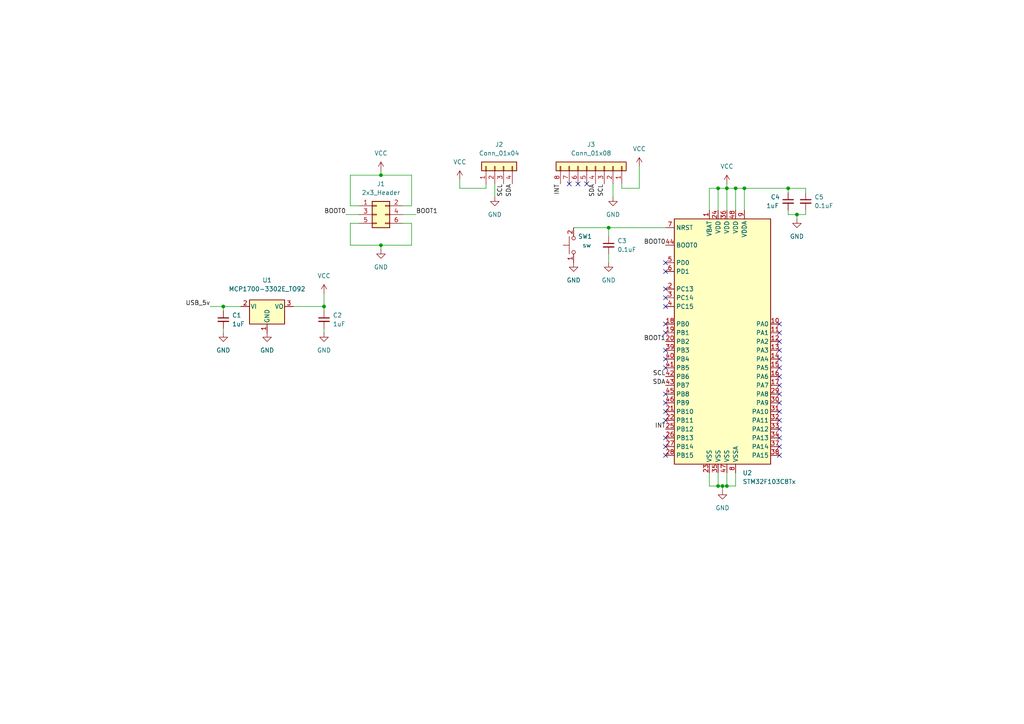
<source format=kicad_sch>
(kicad_sch (version 20211123) (generator eeschema)
  (paper "A4")
  (lib_symbols
    (symbol "Connector_Generic:Conn_01x04" (pin_names (offset 1.016) hide)
      (property "Reference" "J" (at 0 5.08 0))
      (property "Value" "Conn_01x04" (at 0 -7.62 0))
      (symbol "Conn_01x04_1_1"
        (rectangle (start -1.27 -4.953) (end 0 -5.207) (stroke (width 0.1524)))
        (rectangle (start -1.27 -2.413) (end 0 -2.667) (stroke (width 0.1524)))
        (rectangle (start -1.27 0.127) (end 0 -0.127) (stroke (width 0.1524)))
        (rectangle (start -1.27 2.667) (end 0 2.413) (stroke (width 0.1524)))
        (rectangle (start -1.27 3.81) (end 1.27 -6.35) (stroke (width 0.254)) (fill (type background)))
        (pin passive line (at -5.08 2.54 0) (length 3.81) (name "Pin_1") (number "1"))
        (pin passive line (at -5.08 0 0) (length 3.81) (name "Pin_2") (number "2"))
        (pin passive line (at -5.08 -2.54 0) (length 3.81) (name "Pin_3") (number "3"))
        (pin passive line (at -5.08 -5.08 0) (length 3.81) (name "Pin_4") (number "4"))
      )
    )
    (symbol "Connector_Generic:Conn_01x08" (pin_names (offset 1.016) hide)
      (property "Reference" "J" (at 0 10.16 0))
      (property "Value" "Conn_01x08" (at 0 -12.7 0))
      (symbol "Conn_01x08_1_1"
        (rectangle (start -1.27 -10.033) (end 0 -10.287) (stroke (width 0.1524)))
        (rectangle (start -1.27 -7.493) (end 0 -7.747) (stroke (width 0.1524)))
        (rectangle (start -1.27 -4.953) (end 0 -5.207) (stroke (width 0.1524)))
        (rectangle (start -1.27 -2.413) (end 0 -2.667) (stroke (width 0.1524)))
        (rectangle (start -1.27 0.127) (end 0 -0.127) (stroke (width 0.1524)))
        (rectangle (start -1.27 2.667) (end 0 2.413) (stroke (width 0.1524)))
        (rectangle (start -1.27 5.207) (end 0 4.953) (stroke (width 0.1524)))
        (rectangle (start -1.27 7.747) (end 0 7.493) (stroke (width 0.1524)))
        (rectangle (start -1.27 8.89) (end 1.27 -11.43) (stroke (width 0.254)) (fill (type background)))
        (pin passive line (at -5.08 7.62 0) (length 3.81) (name "Pin_1") (number "1"))
        (pin passive line (at -5.08 5.08 0) (length 3.81) (name "Pin_2") (number "2"))
        (pin passive line (at -5.08 2.54 0) (length 3.81) (name "Pin_3") (number "3"))
        (pin passive line (at -5.08 0 0) (length 3.81) (name "Pin_4") (number "4"))
        (pin passive line (at -5.08 -2.54 0) (length 3.81) (name "Pin_5") (number "5"))
        (pin passive line (at -5.08 -5.08 0) (length 3.81) (name "Pin_6") (number "6"))
        (pin passive line (at -5.08 -7.62 0) (length 3.81) (name "Pin_7") (number "7"))
        (pin passive line (at -5.08 -10.16 0) (length 3.81) (name "Pin_8") (number "8"))
      )
    )
    (symbol "Connector_Generic:Conn_02x03_Odd_Even" (pin_names (offset 1.016) hide)
      (property "Reference" "J" (at 1.27 5.08 0))
      (property "Value" "Conn_02x03_Odd_Even" (at 1.27 -5.08 0))
      (symbol "Conn_02x03_Odd_Even_1_1"
        (rectangle (start -1.27 -2.413) (end 0 -2.667) (stroke (width 0.1524)))
        (rectangle (start -1.27 0.127) (end 0 -0.127) (stroke (width 0.1524)))
        (rectangle (start -1.27 2.667) (end 0 2.413) (stroke (width 0.1524)))
        (rectangle (start -1.27 3.81) (end 3.81 -3.81) (stroke (width 0.254)) (fill (type background)))
        (rectangle (start 3.81 -2.413) (end 2.54 -2.667) (stroke (width 0.1524)))
        (rectangle (start 3.81 0.127) (end 2.54 -0.127) (stroke (width 0.1524)))
        (rectangle (start 3.81 2.667) (end 2.54 2.413) (stroke (width 0.1524)))
        (pin passive line (at -5.08 2.54 0) (length 3.81) (name "Pin_1") (number "1"))
        (pin passive line (at 7.62 2.54 180) (length 3.81) (name "Pin_2") (number "2"))
        (pin passive line (at -5.08 0 0) (length 3.81) (name "Pin_3") (number "3"))
        (pin passive line (at 7.62 0 180) (length 3.81) (name "Pin_4") (number "4"))
        (pin passive line (at -5.08 -2.54 0) (length 3.81) (name "Pin_5") (number "5"))
        (pin passive line (at 7.62 -2.54 180) (length 3.81) (name "Pin_6") (number "6"))
      )
    )
    (symbol "Device:C_Small" (pin_numbers hide) (pin_names (offset 0.254) hide)
      (property "Reference" "C" (at 0.254 1.778 0))
      (property "Value" "C_Small" (at 0.254 -2.032 0))
      (symbol "C_Small_0_1"
        (polyline (pts (xy -1.524 -0.508) (xy 1.524 -0.508)) (stroke (width 0.3302)))
        (polyline (pts (xy -1.524 0.508) (xy 1.524 0.508)) (stroke (width 0.3048)))
      )
      (symbol "C_Small_1_1"
        (pin passive line (at 0 2.54 270) (length 2.032) (name "~") (number "1"))
        (pin passive line (at 0 -2.54 90) (length 2.032) (name "~") (number "2"))
      )
    )
    (symbol "MCU_ST_STM32F1:STM32F103C8Tx"
      (property "Reference" "U" (at -15.24 36.83 0))
      (property "Value" "STM32F103C8Tx" (at 7.62 36.83 0))
      (symbol "STM32F103C8Tx_0_1"
        (rectangle (start -15.24 -35.56) (end 12.7 35.56) (stroke (width 0.254)) (fill (type background)))
      )
      (symbol "STM32F103C8Tx_1_1"
        (pin power_in line (at -5.08 38.1 270) (length 2.54) (name "VBAT") (number "1"))
        (pin bidirectional line (at 15.24 5.08 180) (length 2.54) (name "PA0") (number "10"))
        (pin bidirectional line (at 15.24 2.54 180) (length 2.54) (name "PA1") (number "11"))
        (pin bidirectional line (at 15.24 0 180) (length 2.54) (name "PA2") (number "12"))
        (pin bidirectional line (at 15.24 -2.54 180) (length 2.54) (name "PA3") (number "13"))
        (pin bidirectional line (at 15.24 -5.08 180) (length 2.54) (name "PA4") (number "14"))
        (pin bidirectional line (at 15.24 -7.62 180) (length 2.54) (name "PA5") (number "15"))
        (pin bidirectional line (at 15.24 -10.16 180) (length 2.54) (name "PA6") (number "16"))
        (pin bidirectional line (at 15.24 -12.7 180) (length 2.54) (name "PA7") (number "17"))
        (pin bidirectional line (at -17.78 5.08 0) (length 2.54) (name "PB0") (number "18"))
        (pin bidirectional line (at -17.78 2.54 0) (length 2.54) (name "PB1") (number "19"))
        (pin bidirectional line (at -17.78 15.24 0) (length 2.54) (name "PC13") (number "2"))
        (pin bidirectional line (at -17.78 0 0) (length 2.54) (name "PB2") (number "20"))
        (pin bidirectional line (at -17.78 -20.32 0) (length 2.54) (name "PB10") (number "21"))
        (pin bidirectional line (at -17.78 -22.86 0) (length 2.54) (name "PB11") (number "22"))
        (pin power_in line (at -5.08 -38.1 90) (length 2.54) (name "VSS") (number "23"))
        (pin power_in line (at -2.54 38.1 270) (length 2.54) (name "VDD") (number "24"))
        (pin bidirectional line (at -17.78 -25.4 0) (length 2.54) (name "PB12") (number "25"))
        (pin bidirectional line (at -17.78 -27.94 0) (length 2.54) (name "PB13") (number "26"))
        (pin bidirectional line (at -17.78 -30.48 0) (length 2.54) (name "PB14") (number "27"))
        (pin bidirectional line (at -17.78 -33.02 0) (length 2.54) (name "PB15") (number "28"))
        (pin bidirectional line (at 15.24 -15.24 180) (length 2.54) (name "PA8") (number "29"))
        (pin bidirectional line (at -17.78 12.7 0) (length 2.54) (name "PC14") (number "3"))
        (pin bidirectional line (at 15.24 -17.78 180) (length 2.54) (name "PA9") (number "30"))
        (pin bidirectional line (at 15.24 -20.32 180) (length 2.54) (name "PA10") (number "31"))
        (pin bidirectional line (at 15.24 -22.86 180) (length 2.54) (name "PA11") (number "32"))
        (pin bidirectional line (at 15.24 -25.4 180) (length 2.54) (name "PA12") (number "33"))
        (pin bidirectional line (at 15.24 -27.94 180) (length 2.54) (name "PA13") (number "34"))
        (pin power_in line (at -2.54 -38.1 90) (length 2.54) (name "VSS") (number "35"))
        (pin power_in line (at 0 38.1 270) (length 2.54) (name "VDD") (number "36"))
        (pin bidirectional line (at 15.24 -30.48 180) (length 2.54) (name "PA14") (number "37"))
        (pin bidirectional line (at 15.24 -33.02 180) (length 2.54) (name "PA15") (number "38"))
        (pin bidirectional line (at -17.78 -2.54 0) (length 2.54) (name "PB3") (number "39"))
        (pin bidirectional line (at -17.78 10.16 0) (length 2.54) (name "PC15") (number "4"))
        (pin bidirectional line (at -17.78 -5.08 0) (length 2.54) (name "PB4") (number "40"))
        (pin bidirectional line (at -17.78 -7.62 0) (length 2.54) (name "PB5") (number "41"))
        (pin bidirectional line (at -17.78 -10.16 0) (length 2.54) (name "PB6") (number "42"))
        (pin bidirectional line (at -17.78 -12.7 0) (length 2.54) (name "PB7") (number "43"))
        (pin input line (at -17.78 27.94 0) (length 2.54) (name "BOOT0") (number "44"))
        (pin bidirectional line (at -17.78 -15.24 0) (length 2.54) (name "PB8") (number "45"))
        (pin bidirectional line (at -17.78 -17.78 0) (length 2.54) (name "PB9") (number "46"))
        (pin power_in line (at 0 -38.1 90) (length 2.54) (name "VSS") (number "47"))
        (pin power_in line (at 2.54 38.1 270) (length 2.54) (name "VDD") (number "48"))
        (pin input line (at -17.78 22.86 0) (length 2.54) (name "PD0") (number "5"))
        (pin input line (at -17.78 20.32 0) (length 2.54) (name "PD1") (number "6"))
        (pin input line (at -17.78 33.02 0) (length 2.54) (name "NRST") (number "7"))
        (pin power_in line (at 2.54 -38.1 90) (length 2.54) (name "VSSA") (number "8"))
        (pin power_in line (at 5.08 38.1 270) (length 2.54) (name "VDDA") (number "9"))
      )
    )
    (symbol "Regulator_Linear:MCP1700-3302E_TO92" (pin_names (offset 0.254))
      (property "Reference" "U" (at -3.81 -3.175 0))
      (property "Value" "MCP1700-3302E_TO92" (at 0 -3.175 0))
      (symbol "MCP1700-3302E_TO92_0_1"
        (rectangle (start -5.08 5.08) (end 5.08 -1.905) (stroke (width 0.254)) (fill (type background)))
      )
      (symbol "MCP1700-3302E_TO92_1_1"
        (pin power_in line (at 0 7.62 270) (length 2.54) (name "GND") (number "1"))
        (pin power_in line (at -7.62 0 0) (length 2.54) (name "VI") (number "2"))
        (pin power_out line (at 7.62 0 180) (length 2.54) (name "VO") (number "3"))
      )
    )
    (symbol "Switch:SW_MEC_5G" (pin_names (offset 1.016) hide)
      (property "Reference" "SW1" (at 1.27 2.54 90))
      (property "Value" "sw" (at 1.2699 1.27 90))
      (symbol "SW_MEC_5G_0_1"
        (circle (center -2.032 0) (radius 0.508))
        (polyline (pts (xy 0 1.27) (xy 0 3.048)))
        (polyline (pts (xy 2.54 1.27) (xy -2.54 1.27)))
        (circle (center 2.032 0) (radius 0.508))
        (pin passive line (at -5.08 0 0) (length 2.54) (name "A") (number "1"))
        (pin passive line (at 5.08 0 180) (length 2.54) (name "B") (number "2"))
      )
    )
    (symbol "power:GND" (power) (pin_names (offset 0))
      (property "Value" "GND" (at 0 -3.81 0))
      (symbol "GND_0_1"
        (polyline (pts (xy 0 0) (xy 0 -1.27) (xy 1.27 -1.27) (xy 0 -2.54) (xy -1.27 -1.27) (xy 0 -1.27)))
      )
      (symbol "GND_1_1"
        (pin power_in line (at 0 0 270) (length 0) hide (name "GND") (number "1"))
      )
    )
    (symbol "power:VCC" (power) (pin_names (offset 0))
      (property "Value" "VCC" (at 0 3.81 0))
      (symbol "VCC_0_1"
        (polyline (pts (xy -0.762 1.27) (xy 0 2.54)))
        (polyline (pts (xy 0 0) (xy 0 2.54)))
        (polyline (pts (xy 0 2.54) (xy 0.762 1.27)))
      )
      (symbol "VCC_1_1"
        (pin power_in line (at 0 0 90) (length 0) hide (name "VCC") (number "1"))
      )
    )
  )
  (junction (at 231.14 62.23))
  (junction (at 110.49 50.8))
  (junction (at 208.28 54.61))
  (junction (at 215.9 54.61))
  (junction (at 176.53 66.04))
  (junction (at 93.98 88.9))
  (junction (at 64.77 88.9))
  (junction (at 208.28 140.97))
  (junction (at 210.82 54.61))
  (junction (at 209.55 140.97))
  (junction (at 228.6 54.61))
  (junction (at 210.82 140.97))
  (junction (at 213.36 54.61))
  (junction (at 110.49 71.12))
  (no_connect (at 226.06 116.84))
  (no_connect (at 226.06 124.46))
  (no_connect (at 193.04 132.08))
  (no_connect (at 226.06 111.76))
  (no_connect (at 193.04 106.68))
  (no_connect (at 193.04 93.98))
  (no_connect (at 165.1 53.34))
  (no_connect (at 193.04 101.6))
  (no_connect (at 193.04 129.54))
  (no_connect (at 226.06 101.6))
  (no_connect (at 193.04 114.3))
  (no_connect (at 167.64 53.34))
  (no_connect (at 193.04 127))
  (no_connect (at 193.04 78.74))
  (no_connect (at 226.06 93.98))
  (no_connect (at 193.04 116.84))
  (no_connect (at 226.06 121.92))
  (no_connect (at 226.06 96.52))
  (no_connect (at 193.04 76.2))
  (no_connect (at 193.04 88.9))
  (no_connect (at 226.06 104.14))
  (no_connect (at 226.06 132.08))
  (no_connect (at 226.06 127))
  (no_connect (at 226.06 106.68))
  (no_connect (at 193.04 83.82))
  (no_connect (at 193.04 121.92))
  (no_connect (at 170.18 53.34))
  (no_connect (at 193.04 86.36))
  (no_connect (at 226.06 119.38))
  (no_connect (at 226.06 114.3))
  (no_connect (at 226.06 109.22))
  (no_connect (at 193.04 96.52))
  (no_connect (at 193.04 119.38))
  (no_connect (at 226.06 99.06))
  (no_connect (at 226.06 129.54))
  (no_connect (at 193.04 104.14))
  (wire (pts (xy 64.77 88.9) (xy 64.77 90.17)))
  (wire (pts (xy 210.82 54.61) (xy 210.82 60.96)))
  (wire (pts (xy 116.84 62.23) (xy 120.65 62.23)))
  (wire (pts (xy 176.53 66.04) (xy 193.04 66.04)))
  (wire (pts (xy 93.98 88.9) (xy 93.98 85.09)))
  (wire (pts (xy 228.6 54.61) (xy 233.68 54.61)))
  (wire (pts (xy 110.49 71.12) (xy 110.49 72.39)))
  (wire (pts (xy 116.84 59.69) (xy 119.38 59.69)))
  (wire (pts (xy 101.6 71.12) (xy 110.49 71.12)))
  (wire (pts (xy 116.84 64.77) (xy 119.38 64.77)))
  (wire (pts (xy 64.77 95.25) (xy 64.77 96.52)))
  (wire (pts (xy 119.38 64.77) (xy 119.38 71.12)))
  (wire (pts (xy 104.14 59.69) (xy 101.6 59.69)))
  (wire (pts (xy 205.74 140.97) (xy 208.28 140.97)))
  (wire (pts (xy 231.14 62.23) (xy 231.14 63.5)))
  (wire (pts (xy 104.14 64.77) (xy 101.6 64.77)))
  (wire (pts (xy 233.68 54.61) (xy 233.68 55.88)))
  (wire (pts (xy 213.36 140.97) (xy 210.82 140.97)))
  (wire (pts (xy 101.6 59.69) (xy 101.6 50.8)))
  (wire (pts (xy 210.82 140.97) (xy 209.55 140.97)))
  (wire (pts (xy 166.37 66.04) (xy 176.53 66.04)))
  (wire (pts (xy 233.68 62.23) (xy 231.14 62.23)))
  (wire (pts (xy 119.38 71.12) (xy 110.49 71.12)))
  (wire (pts (xy 85.09 88.9) (xy 93.98 88.9)))
  (wire (pts (xy 233.68 60.96) (xy 233.68 62.23)))
  (wire (pts (xy 133.35 52.07) (xy 133.35 54.61)))
  (wire (pts (xy 215.9 60.96) (xy 215.9 54.61)))
  (wire (pts (xy 110.49 50.8) (xy 110.49 49.53)))
  (wire (pts (xy 215.9 54.61) (xy 228.6 54.61)))
  (wire (pts (xy 208.28 140.97) (xy 209.55 140.97)))
  (wire (pts (xy 228.6 62.23) (xy 231.14 62.23)))
  (wire (pts (xy 93.98 88.9) (xy 93.98 90.17)))
  (wire (pts (xy 228.6 54.61) (xy 228.6 55.88)))
  (wire (pts (xy 64.77 88.9) (xy 69.85 88.9)))
  (wire (pts (xy 143.51 53.34) (xy 143.51 57.15)))
  (wire (pts (xy 208.28 54.61) (xy 210.82 54.61)))
  (wire (pts (xy 213.36 54.61) (xy 213.36 60.96)))
  (wire (pts (xy 93.98 95.25) (xy 93.98 96.52)))
  (wire (pts (xy 205.74 60.96) (xy 205.74 54.61)))
  (wire (pts (xy 213.36 54.61) (xy 210.82 54.61)))
  (wire (pts (xy 215.9 54.61) (xy 213.36 54.61)))
  (wire (pts (xy 177.8 53.34) (xy 177.8 57.15)))
  (wire (pts (xy 101.6 50.8) (xy 110.49 50.8)))
  (wire (pts (xy 180.34 54.61) (xy 180.34 53.34)))
  (wire (pts (xy 213.36 137.16) (xy 213.36 140.97)))
  (wire (pts (xy 101.6 64.77) (xy 101.6 71.12)))
  (wire (pts (xy 185.42 48.26) (xy 185.42 54.61)))
  (wire (pts (xy 119.38 50.8) (xy 110.49 50.8)))
  (wire (pts (xy 208.28 137.16) (xy 208.28 140.97)))
  (wire (pts (xy 205.74 54.61) (xy 208.28 54.61)))
  (wire (pts (xy 60.96 88.9) (xy 64.77 88.9)))
  (wire (pts (xy 209.55 140.97) (xy 209.55 142.24)))
  (wire (pts (xy 210.82 54.61) (xy 210.82 53.34)))
  (wire (pts (xy 176.53 73.66) (xy 176.53 76.2)))
  (wire (pts (xy 228.6 60.96) (xy 228.6 62.23)))
  (wire (pts (xy 119.38 59.69) (xy 119.38 50.8)))
  (wire (pts (xy 185.42 54.61) (xy 180.34 54.61)))
  (wire (pts (xy 176.53 68.58) (xy 176.53 66.04)))
  (wire (pts (xy 140.97 54.61) (xy 140.97 53.34)))
  (wire (pts (xy 208.28 54.61) (xy 208.28 60.96)))
  (wire (pts (xy 100.33 62.23) (xy 104.14 62.23)))
  (wire (pts (xy 205.74 137.16) (xy 205.74 140.97)))
  (wire (pts (xy 133.35 54.61) (xy 140.97 54.61)))
  (wire (pts (xy 210.82 137.16) (xy 210.82 140.97)))
  (label "SDA" (at 172.72 53.34 270))
  (label "SCL" (at 175.26 53.34 270))
  (label "BOOT0" (at 193.04 71.12 180))
  (label "BOOT0" (at 100.33 62.23 180))
  (label "SCL" (at 146.05 53.34 270))
  (label "BOOT1" (at 193.04 99.06 180))
  (label "SDA" (at 148.59 53.34 270))
  (label "SCL" (at 193.04 109.22 180))
  (label "INT" (at 193.04 124.46 180))
  (label "SDA" (at 193.04 111.76 180))
  (label "BOOT1" (at 120.65 62.23 0))
  (label "INT" (at 162.56 53.34 270))
  (label "USB_5v" (at 60.96 88.9 180))
  (symbol (lib_id "power:GND") (at 176.53 76.2 0) (unit 1)
    (property "Reference" "#PWR0112" (effects hide))
    (property "Value" "GND" (at 176.53 81.28 0))
  )
  (symbol (lib_id "Device:C_Small") (at 64.77 92.71 0) (unit 1)
    (property "Reference" "C1" (at 67.31 91.4462 0) (effects (justify left)))
    (property "Value" "1uF" (at 67.31 93.9862 0) (effects (justify left)))
    (property "Footprint" "Resistor_SMD:R_1206_3216Metric_Pad1.30x1.75mm_HandSolder" (effects hide))
  )
  (symbol (lib_id "Connector_Generic:Conn_02x03_Odd_Even") (at 109.22 62.23 0) (unit 1)
    (property "Reference" "J1" (at 110.49 53.34 0))
    (property "Value" "2x3_Header" (at 110.49 55.88 0))
    (property "Footprint" "Connector_PinHeader_2.54mm:PinHeader_2x03_P2.54mm_Vertical" (effects hide))
  )
  (symbol (lib_id "MCU_ST_STM32F1:STM32F103C8Tx") (at 210.82 99.06 0) (unit 1)
    (property "Reference" "U2" (at 215.3794 137.16 0) (effects (justify left)))
    (property "Value" "STM32F103C8Tx" (at 215.3794 139.7 0) (effects (justify left)))
    (property "Footprint" "Package_QFP:LQFP-48_7x7mm_P0.5mm" (effects hide))
    (property "Datasheet" "http://www.st.com/st-web-ui/static/active/en/resource/technical/document/datasheet/CD00161566.pdf" (effects hide))
  )
  (symbol (lib_id "power:GND") (at 64.77 96.52 0) (unit 1)
    (property "Reference" "#PWR0104" (effects hide))
    (property "Value" "GND" (at 64.77 101.6 0))
  )
  (symbol (lib_id "power:GND") (at 231.14 63.5 0) (unit 1)
    (property "Reference" "#PWR0111" (effects hide))
    (property "Value" "GND" (at 231.14 68.58 0))
  )
  (symbol (lib_id "Regulator_Linear:MCP1700-3302E_TO92") (at 77.47 88.9 0) (mirror x) (unit 1)
    (property "Reference" "U1" (at 77.47 81.28 0))
    (property "Value" "MCP1700-3302E_TO92" (at 77.47 83.82 0))
    (property "Footprint" "Package_TO_SOT_THT:TO-92_Wide" (effects hide))
    (property "Datasheet" "http://ww1.microchip.com/downloads/en/DeviceDoc/20001826D.pdf" (effects hide))
  )
  (symbol (lib_id "Device:C_Small") (at 228.6 58.42 0) (unit 1)
    (property "Reference" "C4" (at 223.52 57.15 0) (effects (justify left)))
    (property "Value" "1uF" (at 222.25 59.69 0) (effects (justify left)))
    (property "Footprint" "Resistor_SMD:R_1206_3216Metric_Pad1.30x1.75mm_HandSolder" (effects hide))
  )
  (symbol (lib_id "power:VCC") (at 185.42 48.26 0) (unit 1)
    (property "Reference" "#PWR0101" (effects hide))
    (property "Value" "VCC" (at 185.42 43.18 0))
  )
  (symbol (lib_id "Connector_Generic:Conn_01x04") (at 143.51 48.26 90) (unit 1)
    (property "Reference" "J2" (at 144.78 41.91 90))
    (property "Value" "Conn_01x04" (at 144.78 44.45 90))
    (property "Footprint" "Connector_PinHeader_2.54mm:PinHeader_1x04_P2.54mm_Vertical" (effects hide))
  )
  (symbol (lib_id "power:GND") (at 93.98 96.52 0) (unit 1)
    (property "Reference" "#PWR0105" (effects hide))
    (property "Value" "GND" (at 93.98 101.6 0))
  )
  (symbol (lib_id "power:GND") (at 177.8 57.15 0) (unit 1)
    (property "Reference" "#PWR0102" (effects hide))
    (property "Value" "GND" (at 177.8 62.23 0))
  )
  (symbol (lib_id "power:VCC") (at 210.82 53.34 0) (unit 1)
    (property "Reference" "#PWR0110" (effects hide))
    (property "Value" "VCC" (at 210.82 48.26 0))
  )
  (symbol (lib_id "Device:C_Small") (at 233.68 58.42 0) (unit 1)
    (property "Reference" "C5" (at 236.22 57.1562 0) (effects (justify left)))
    (property "Value" "0.1uF" (at 236.22 59.6962 0) (effects (justify left)))
    (property "Footprint" "Resistor_SMD:R_1206_3216Metric_Pad1.30x1.75mm_HandSolder" (effects hide))
  )
  (symbol (lib_id "power:GND") (at 166.37 76.2 0) (unit 1)
    (property "Reference" "#PWR0113" (effects hide))
    (property "Value" "GND" (at 166.37 81.28 0))
  )
  (symbol (lib_id "Switch:SW_MEC_5G") (at 166.37 71.12 90) (unit 1)
    (property "Reference" "SW1" (at 167.64 68.58 90) (effects (justify right)))
    (property "Value" "sw" (at 168.91 71.12 90) (effects (justify right)))
    (property "Footprint" "Button_Switch_THT:SW_PUSH_6mm_H4.3mm" (effects hide))
    (property "Datasheet" "http://www.apem.com/int/index.php?controller=attachment&id_attachment=488" (effects hide))
  )
  (symbol (lib_id "power:GND") (at 209.55 142.24 0) (unit 1)
    (property "Reference" "#PWR0109" (effects hide))
    (property "Value" "GND" (at 209.55 147.32 0))
  )
  (symbol (lib_id "power:VCC") (at 110.49 49.53 0) (unit 1)
    (property "Reference" "#PWR0108" (effects hide))
    (property "Value" "VCC" (at 110.49 44.45 0))
  )
  (symbol (lib_id "power:GND") (at 110.49 72.39 0) (unit 1)
    (property "Reference" "#PWR0103" (effects hide))
    (property "Value" "GND" (at 110.49 77.47 0))
  )
  (symbol (lib_id "Device:C_Small") (at 176.53 71.12 0) (unit 1)
    (property "Reference" "C3" (at 179.07 69.8562 0) (effects (justify left)))
    (property "Value" "0.1uF" (at 179.07 72.3962 0) (effects (justify left)))
    (property "Footprint" "Resistor_SMD:R_1206_3216Metric_Pad1.30x1.75mm_HandSolder" (effects hide))
  )
  (symbol (lib_id "Connector_Generic:Conn_01x08") (at 172.72 48.26 270) (mirror x) (unit 1)
    (property "Reference" "J3" (at 171.45 41.91 90))
    (property "Value" "Conn_01x08" (at 171.45 44.45 90))
    (property "Footprint" "Connector_PinHeader_2.54mm:PinHeader_1x08_P2.54mm_Vertical" (effects hide))
  )
  (symbol (lib_id "power:VCC") (at 93.98 85.09 0) (unit 1)
    (property "Reference" "#PWR0107" (effects hide))
    (property "Value" "VCC" (at 93.98 80.01 0))
  )
  (symbol (lib_id "power:GND") (at 143.51 57.15 0) (unit 1)
    (property "Reference" "#PWR0114" (effects hide))
    (property "Value" "GND" (at 143.51 62.23 0))
  )
  (symbol (lib_id "power:VCC") (at 133.35 52.07 0) (unit 1)
    (property "Reference" "#PWR0115" (effects hide))
    (property "Value" "VCC" (at 133.35 46.99 0))
  )
  (symbol (lib_id "power:GND") (at 77.47 96.52 0) (unit 1)
    (property "Reference" "#PWR0106" (effects hide))
    (property "Value" "GND" (at 77.47 101.6 0))
  )
  (symbol (lib_id "Device:C_Small") (at 93.98 92.71 0) (unit 1)
    (property "Reference" "C2" (at 96.52 91.4462 0) (effects (justify left)))
    (property "Value" "1uF" (at 96.52 93.9862 0) (effects (justify left)))
    (property "Footprint" "Resistor_SMD:R_1206_3216Metric_Pad1.30x1.75mm_HandSolder" (effects hide))
  )
)
</source>
